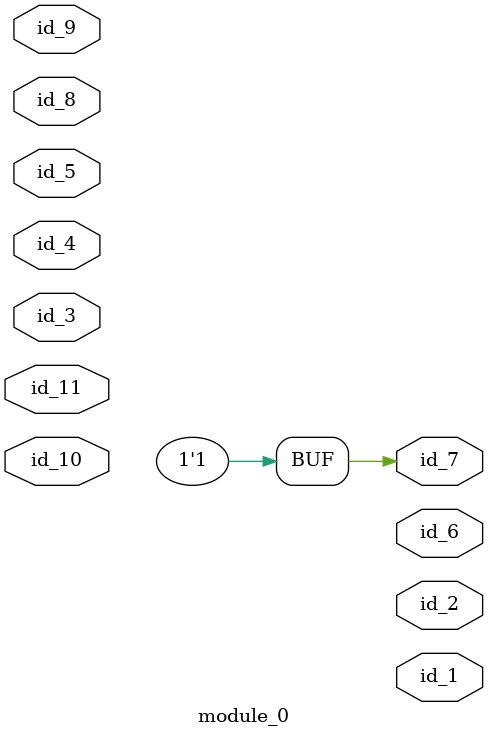
<source format=v>
`define pp_11 0
module module_0 (
    id_1,
    id_2,
    id_3,
    id_4,
    id_5,
    id_6,
    id_7,
    id_8,
    id_9,
    id_10,
    id_11
);
  inout id_11;
  inout id_10;
  input id_9;
  inout id_8;
  output id_7;
  output id_6;
  inout id_5;
  input id_4;
  input id_3;
  output id_2;
  output id_1;
  assign id_7 = 1;
endmodule

</source>
